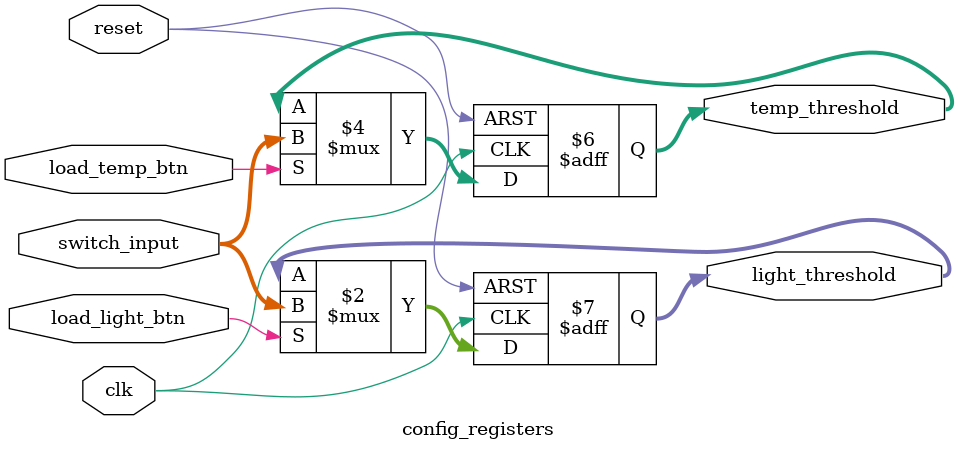
<source format=v>
`timescale 1ns / 1ps

module config_registers (
    input wire clk,
    input wire reset,
    input wire load_temp_btn,      
    input wire load_light_btn,     
    input wire [7:0] switch_input, 
    output reg [7:0] temp_threshold,
    output reg [7:0] light_threshold
);

    always @(posedge clk or posedge reset) begin
        if (reset) begin
            temp_threshold <= 8'd30;   
            light_threshold <= 8'd100; 
        end else begin
            if (load_temp_btn) 
                temp_threshold <= switch_input;
            if (load_light_btn) 
                light_threshold <= switch_input;
        end
    end
endmodule
</source>
